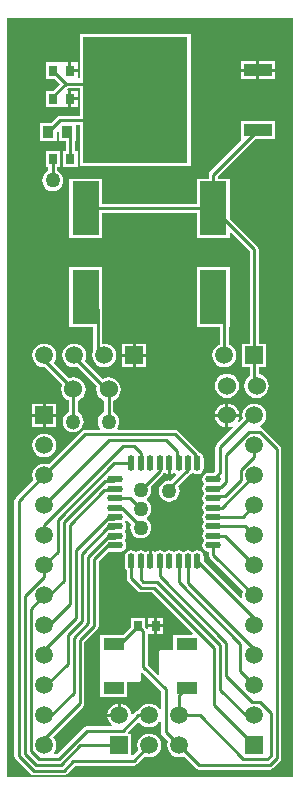
<source format=gtl>
G04 Layer_Physical_Order=1*
G04 Layer_Color=255*
%FSLAX24Y24*%
%MOIN*%
G70*
G01*
G75*
%ADD10R,0.0945X0.0413*%
%ADD11R,0.3504X0.4193*%
%ADD12R,0.0906X0.1791*%
%ADD13R,0.0276X0.0354*%
%ADD14R,0.0374X0.0394*%
%ADD15R,0.0315X0.0354*%
%ADD16R,0.0709X0.0433*%
%ADD17O,0.0217X0.0532*%
%ADD18O,0.0532X0.0217*%
%ADD19C,0.0100*%
%ADD20C,0.0600*%
%ADD21R,0.0591X0.0591*%
%ADD22C,0.0591*%
%ADD23R,0.0591X0.0591*%
%ADD24C,0.0500*%
%ADD25C,0.1140*%
G36*
X9690Y153D02*
X153D01*
Y25438D01*
X9690D01*
Y153D01*
D02*
G37*
%LPC*%
G36*
X1336Y12600D02*
X991D01*
Y12255D01*
X1336D01*
Y12600D01*
D02*
G37*
G36*
X1781Y12155D02*
X1436D01*
Y11809D01*
X1781D01*
Y12155D01*
D02*
G37*
G36*
X1336D02*
X991D01*
Y11809D01*
X1336D01*
Y12155D01*
D02*
G37*
G36*
X1781Y12600D02*
X1436D01*
Y12255D01*
X1781D01*
Y12600D01*
D02*
G37*
G36*
X7480Y13592D02*
X7376Y13579D01*
X7279Y13538D01*
X7195Y13474D01*
X7131Y13391D01*
X7091Y13293D01*
X7077Y13189D01*
X7091Y13085D01*
X7131Y12987D01*
X7195Y12904D01*
X7279Y12840D01*
X7376Y12799D01*
X7480Y12786D01*
X7585Y12799D01*
X7682Y12840D01*
X7766Y12904D01*
X7830Y12987D01*
X7870Y13085D01*
X7884Y13189D01*
X7870Y13293D01*
X7830Y13391D01*
X7766Y13474D01*
X7682Y13538D01*
X7585Y13579D01*
X7480Y13592D01*
D02*
G37*
G36*
X7530Y12602D02*
Y12255D01*
X7877D01*
X7870Y12309D01*
X7830Y12406D01*
X7766Y12490D01*
X7682Y12554D01*
X7585Y12594D01*
X7530Y12602D01*
D02*
G37*
G36*
X7430D02*
X7376Y12594D01*
X7279Y12554D01*
X7195Y12490D01*
X7131Y12406D01*
X7091Y12309D01*
X7083Y12255D01*
X7430D01*
Y12602D01*
D02*
G37*
G36*
Y12155D02*
X7083D01*
X7091Y12100D01*
X7131Y12003D01*
X7195Y11919D01*
X7279Y11855D01*
X7376Y11815D01*
X7430Y11808D01*
Y12155D01*
D02*
G37*
G36*
X5048Y5467D02*
X4861D01*
Y5239D01*
X5048D01*
Y5467D01*
D02*
G37*
G36*
X5336Y5139D02*
X5148D01*
Y4912D01*
X5336D01*
Y5139D01*
D02*
G37*
G36*
X3836Y2597D02*
X3783Y2590D01*
X3686Y2550D01*
X3604Y2487D01*
X3541Y2404D01*
X3501Y2308D01*
X3494Y2255D01*
X3836D01*
Y2597D01*
D02*
G37*
G36*
X5336Y5467D02*
X5148D01*
Y5239D01*
X5336D01*
Y5467D01*
D02*
G37*
G36*
X1386Y14603D02*
X1283Y14590D01*
X1186Y14550D01*
X1104Y14487D01*
X1041Y14404D01*
X1001Y14308D01*
X987Y14205D01*
X1001Y14102D01*
X1041Y14005D01*
X1104Y13923D01*
X1186Y13859D01*
X1283Y13820D01*
X1386Y13806D01*
X1408Y13809D01*
X1993Y13224D01*
X1972Y13175D01*
X1959Y13071D01*
X1972Y12966D01*
X2013Y12869D01*
X2077Y12786D01*
X2160Y12721D01*
X2199Y12705D01*
Y12314D01*
X2176Y12304D01*
X2103Y12248D01*
X2047Y12175D01*
X2011Y12089D01*
X1999Y11998D01*
X2011Y11907D01*
X2047Y11822D01*
X2103Y11748D01*
X2176Y11692D01*
X2261Y11657D01*
X2289Y11653D01*
X2294Y11650D01*
X2352Y11638D01*
X2411Y11650D01*
X2416Y11653D01*
X2444Y11657D01*
X2529Y11692D01*
X2602Y11748D01*
X2658Y11822D01*
X2693Y11907D01*
X2705Y11998D01*
X2693Y12089D01*
X2658Y12175D01*
X2602Y12248D01*
X2529Y12304D01*
X2505Y12314D01*
Y12697D01*
X2564Y12721D01*
X2647Y12786D01*
X2712Y12869D01*
X2752Y12966D01*
X2766Y13071D01*
X2752Y13175D01*
X2712Y13273D01*
X2647Y13356D01*
X2564Y13420D01*
X2467Y13461D01*
X2362Y13474D01*
X2258Y13461D01*
X2209Y13440D01*
X1693Y13956D01*
X1731Y14005D01*
X1771Y14102D01*
X1785Y14205D01*
X1771Y14308D01*
X1731Y14404D01*
X1668Y14487D01*
X1585Y14550D01*
X1489Y14590D01*
X1386Y14603D01*
D02*
G37*
G36*
Y11603D02*
X1283Y11590D01*
X1186Y11550D01*
X1104Y11487D01*
X1041Y11404D01*
X1001Y11308D01*
X987Y11205D01*
X1001Y11102D01*
X1041Y11005D01*
X1104Y10923D01*
X1186Y10859D01*
X1283Y10820D01*
X1386Y10806D01*
X1489Y10820D01*
X1585Y10859D01*
X1668Y10923D01*
X1731Y11005D01*
X1771Y11102D01*
X1785Y11205D01*
X1771Y11308D01*
X1731Y11404D01*
X1668Y11487D01*
X1585Y11550D01*
X1489Y11590D01*
X1386Y11603D01*
D02*
G37*
G36*
X2386Y14603D02*
X2283Y14590D01*
X2186Y14550D01*
X2104Y14487D01*
X2041Y14404D01*
X2001Y14308D01*
X1987Y14205D01*
X2001Y14102D01*
X2041Y14005D01*
X2104Y13923D01*
X2186Y13859D01*
X2283Y13820D01*
X2386Y13806D01*
X2489Y13820D01*
X2496Y13823D01*
X3144Y13175D01*
X3144Y13175D01*
X3130Y13071D01*
X3144Y12966D01*
X3184Y12869D01*
X3248Y12786D01*
X3332Y12721D01*
X3381Y12701D01*
Y12314D01*
X3357Y12304D01*
X3284Y12248D01*
X3228Y12175D01*
X3192Y12089D01*
X3180Y11998D01*
X3192Y11907D01*
X3228Y11822D01*
X3259Y11781D01*
X3234Y11731D01*
X2759D01*
X2701Y11719D01*
X2651Y11686D01*
X1535Y10571D01*
X1489Y10590D01*
X1386Y10603D01*
X1283Y10590D01*
X1186Y10550D01*
X1104Y10487D01*
X1041Y10404D01*
X1001Y10308D01*
X987Y10205D01*
X1001Y10102D01*
X1020Y10055D01*
X432Y9468D01*
X399Y9418D01*
X388Y9359D01*
Y855D01*
X399Y796D01*
X432Y746D01*
X928Y251D01*
X977Y218D01*
X1036Y207D01*
X2035D01*
X2093Y218D01*
X2143Y251D01*
X2428Y536D01*
X4370D01*
X4429Y548D01*
X4478Y581D01*
X4736Y839D01*
X4783Y820D01*
X4886Y806D01*
X4989Y820D01*
X5085Y859D01*
X5168Y923D01*
X5231Y1005D01*
X5271Y1102D01*
X5285Y1205D01*
X5271Y1308D01*
X5231Y1404D01*
X5168Y1487D01*
X5085Y1550D01*
X4989Y1590D01*
X4886Y1603D01*
X4783Y1590D01*
X4686Y1550D01*
X4604Y1487D01*
X4541Y1404D01*
X4501Y1308D01*
X4487Y1205D01*
X4501Y1102D01*
X4520Y1055D01*
X4331Y866D01*
X4281Y887D01*
Y1600D01*
X4192D01*
X4173Y1646D01*
X4501Y1974D01*
X4568Y1970D01*
X4604Y1923D01*
X4686Y1859D01*
X4783Y1820D01*
X4886Y1806D01*
X4989Y1820D01*
X5085Y1859D01*
X5168Y1923D01*
X5230Y2004D01*
X5234Y2005D01*
X5280Y1993D01*
Y1657D01*
X5292Y1599D01*
X5325Y1549D01*
X5520Y1354D01*
X5501Y1308D01*
X5487Y1205D01*
X5501Y1102D01*
X5541Y1005D01*
X5604Y923D01*
X5686Y859D01*
X5783Y820D01*
X5886Y806D01*
X5989Y820D01*
X6035Y839D01*
X6431Y443D01*
X6481Y410D01*
X6539Y398D01*
X8898D01*
X8956Y410D01*
X9006Y443D01*
X9242Y679D01*
X9275Y729D01*
X9287Y787D01*
Y11086D01*
X9275Y11145D01*
X9242Y11195D01*
X8678Y11758D01*
X8629Y11791D01*
X8621Y11793D01*
X8583Y11850D01*
X8585Y11859D01*
X8668Y11923D01*
X8731Y12005D01*
X8771Y12102D01*
X8785Y12205D01*
X8771Y12308D01*
X8731Y12404D01*
X8668Y12487D01*
X8585Y12550D01*
X8489Y12590D01*
X8386Y12603D01*
X8283Y12590D01*
X8186Y12550D01*
X8104Y12487D01*
X8041Y12404D01*
X8001Y12308D01*
X7987Y12205D01*
X7999Y12113D01*
X7880Y11994D01*
X7838Y12022D01*
X7870Y12100D01*
X7877Y12155D01*
X7530D01*
Y11808D01*
X7585Y11815D01*
X7663Y11847D01*
X7691Y11805D01*
X7135Y11249D01*
X7102Y11199D01*
X7090Y11141D01*
Y10358D01*
X7024Y10291D01*
X6870D01*
X6789Y10275D01*
X6720Y10229D01*
X6674Y10160D01*
X6658Y10079D01*
X6674Y9997D01*
X6720Y9929D01*
Y9914D01*
X6674Y9845D01*
X6658Y9764D01*
X6674Y9683D01*
X6720Y9614D01*
Y9599D01*
X6674Y9530D01*
X6658Y9449D01*
X6674Y9368D01*
X6720Y9299D01*
Y9284D01*
X6674Y9215D01*
X6658Y9134D01*
X6674Y9053D01*
X6720Y8984D01*
Y8969D01*
X6674Y8900D01*
X6658Y8819D01*
X6674Y8738D01*
X6720Y8669D01*
Y8654D01*
X6674Y8585D01*
X6658Y8504D01*
X6674Y8423D01*
X6720Y8354D01*
Y8339D01*
X6674Y8270D01*
X6658Y8189D01*
X6674Y8108D01*
X6720Y8039D01*
Y8024D01*
X6674Y7955D01*
X6658Y7874D01*
X6674Y7793D01*
X6720Y7724D01*
X6789Y7678D01*
X6870Y7662D01*
X6875D01*
Y7563D01*
X6886Y7504D01*
X6919Y7455D01*
X8020Y6354D01*
X8001Y6308D01*
X7987Y6205D01*
X7997Y6128D01*
X7950Y6105D01*
X6708Y7346D01*
Y7500D01*
X6692Y7581D01*
X6646Y7650D01*
X6577Y7696D01*
X6496Y7712D01*
X6415Y7696D01*
X6346Y7650D01*
X6331D01*
X6262Y7696D01*
X6181Y7712D01*
X6100Y7696D01*
X6031Y7650D01*
X6016D01*
X5947Y7696D01*
X5866Y7712D01*
X5785Y7696D01*
X5716Y7650D01*
X5701D01*
X5632Y7696D01*
X5551Y7712D01*
X5470Y7696D01*
X5401Y7650D01*
X5386D01*
X5317Y7696D01*
X5236Y7712D01*
X5155Y7696D01*
X5086Y7650D01*
X5071D01*
X5003Y7696D01*
X4971Y7702D01*
Y7343D01*
X4871D01*
Y7702D01*
X4840Y7696D01*
X4771Y7650D01*
X4756D01*
X4688Y7696D01*
X4606Y7712D01*
X4525Y7696D01*
X4456Y7650D01*
X4441D01*
X4373Y7696D01*
X4291Y7712D01*
X4210Y7696D01*
X4141Y7650D01*
X4095Y7581D01*
X4079Y7500D01*
Y7185D01*
X4095Y7104D01*
X4138Y7039D01*
Y6772D01*
X4150Y6713D01*
X4183Y6664D01*
X4498Y6349D01*
X4548Y6315D01*
X4606Y6304D01*
X4991D01*
X6346Y4949D01*
X6327Y4903D01*
X5687D01*
Y4403D01*
X5315D01*
X5276Y4395D01*
X5243Y4373D01*
X5221Y4340D01*
X5213Y4301D01*
Y3587D01*
X5167Y3568D01*
X4838Y3896D01*
Y4872D01*
X4861Y4912D01*
X4888Y4912D01*
X5048D01*
Y5139D01*
X4861D01*
Y5110D01*
X4811Y5094D01*
X4793Y5120D01*
X4746Y5168D01*
Y5467D01*
X4270D01*
Y5168D01*
X4005Y4903D01*
X3246D01*
Y4346D01*
X3242Y4340D01*
X3235Y4301D01*
Y3415D01*
X3242Y3376D01*
X3246Y3370D01*
Y2813D01*
X4155D01*
Y3313D01*
X4518D01*
X4557Y3321D01*
X4590Y3343D01*
X4612Y3376D01*
X4620Y3415D01*
Y3617D01*
X4666Y3636D01*
X5280Y3022D01*
Y2416D01*
X5234Y2405D01*
X5230Y2405D01*
X5168Y2487D01*
X5085Y2550D01*
X4989Y2590D01*
X4886Y2603D01*
X4783Y2590D01*
X4686Y2550D01*
X4604Y2487D01*
X4541Y2404D01*
X4521Y2358D01*
X4516D01*
X4457Y2346D01*
X4407Y2313D01*
X4331Y2236D01*
X4278Y2254D01*
X4271Y2308D01*
X4231Y2404D01*
X4168Y2487D01*
X4085Y2550D01*
X3989Y2590D01*
X3936Y2597D01*
Y2205D01*
X3886D01*
Y2155D01*
X3494D01*
X3501Y2102D01*
X3541Y2005D01*
X3604Y1923D01*
X3639Y1896D01*
X3622Y1846D01*
X2803D01*
X2744Y1834D01*
X2694Y1801D01*
X1806Y912D01*
X1723D01*
X1698Y962D01*
X1731Y1005D01*
X1771Y1102D01*
X1785Y1205D01*
X1771Y1308D01*
X1731Y1404D01*
X1668Y1487D01*
X1667Y1491D01*
X2673Y2497D01*
X2707Y2546D01*
X2718Y2605D01*
Y4646D01*
X3159Y5086D01*
X3192Y5135D01*
X3203Y5194D01*
Y7341D01*
X3537Y7675D01*
X3602Y7662D01*
X3917D01*
X3999Y7678D01*
X4067Y7724D01*
X4114Y7793D01*
X4130Y7874D01*
X4114Y7955D01*
X4067Y8024D01*
Y8039D01*
X4114Y8108D01*
X4130Y8189D01*
X4114Y8270D01*
X4067Y8339D01*
Y8354D01*
X4114Y8423D01*
X4130Y8504D01*
X4114Y8585D01*
X4067Y8654D01*
Y8669D01*
X4099Y8716D01*
X4158Y8727D01*
X4284Y8601D01*
X4265Y8556D01*
X4253Y8465D01*
X4265Y8373D01*
X4301Y8288D01*
X4357Y8215D01*
X4430Y8159D01*
X4515Y8124D01*
X4606Y8112D01*
X4698Y8124D01*
X4783Y8159D01*
X4856Y8215D01*
X4912Y8288D01*
X4947Y8373D01*
X4959Y8465D01*
X4947Y8556D01*
X4912Y8641D01*
X4856Y8714D01*
X4811Y8749D01*
Y8811D01*
X4856Y8845D01*
X4912Y8918D01*
X4947Y9003D01*
X4959Y9094D01*
X4947Y9186D01*
X4912Y9271D01*
X4856Y9344D01*
X4811Y9378D01*
X4811Y9440D01*
X4856Y9475D01*
X4912Y9548D01*
X4947Y9633D01*
X4959Y9724D01*
X4947Y9816D01*
X4938Y9839D01*
X5344Y10246D01*
X5362Y10273D01*
X5366Y10276D01*
X5419Y10287D01*
X5426Y10286D01*
X5470Y10257D01*
X5501Y10250D01*
Y10610D01*
X5601D01*
Y10250D01*
X5632Y10257D01*
X5701Y10303D01*
X5716D01*
X5763Y10271D01*
X5774Y10212D01*
X5595Y10032D01*
X5551Y10038D01*
X5460Y10026D01*
X5375Y9991D01*
X5302Y9935D01*
X5245Y9862D01*
X5210Y9776D01*
X5198Y9685D01*
X5210Y9594D01*
X5245Y9509D01*
X5302Y9435D01*
X5375Y9379D01*
X5460Y9344D01*
X5551Y9332D01*
X5643Y9344D01*
X5728Y9379D01*
X5801Y9435D01*
X5857Y9509D01*
X5892Y9594D01*
X5904Y9685D01*
X5892Y9776D01*
X5857Y9862D01*
X5857Y9862D01*
X6249Y10254D01*
X6262Y10257D01*
X6331Y10303D01*
X6346D01*
X6415Y10257D01*
X6496Y10240D01*
X6577Y10257D01*
X6646Y10303D01*
X6692Y10371D01*
X6708Y10453D01*
Y10768D01*
X6692Y10849D01*
X6646Y10918D01*
X6577Y10964D01*
X6558Y10968D01*
X6548Y10983D01*
X5844Y11686D01*
X5795Y11719D01*
X5736Y11731D01*
X3833D01*
X3808Y11781D01*
X3839Y11822D01*
X3874Y11907D01*
X3886Y11998D01*
X3874Y12089D01*
X3839Y12175D01*
X3783Y12248D01*
X3710Y12304D01*
X3686Y12314D01*
Y12701D01*
X3735Y12721D01*
X3819Y12786D01*
X3883Y12869D01*
X3923Y12966D01*
X3937Y13071D01*
X3923Y13175D01*
X3883Y13273D01*
X3819Y13356D01*
X3735Y13420D01*
X3638Y13461D01*
X3533Y13474D01*
X3429Y13461D01*
X3332Y13420D01*
X3332Y13420D01*
X2736Y14016D01*
X2771Y14102D01*
X2785Y14205D01*
X2771Y14308D01*
X2731Y14404D01*
X2668Y14487D01*
X2585Y14550D01*
X2489Y14590D01*
X2386Y14603D01*
D02*
G37*
G36*
X8454Y23670D02*
X7932D01*
Y23413D01*
X8454D01*
Y23670D01*
D02*
G37*
G36*
X9076D02*
X8554D01*
Y23413D01*
X9076D01*
Y23670D01*
D02*
G37*
G36*
X2500Y22706D02*
X2292D01*
Y22479D01*
X2500D01*
Y22706D01*
D02*
G37*
G36*
Y23033D02*
X2292D01*
Y22806D01*
X2500D01*
Y23033D01*
D02*
G37*
G36*
X8454Y24027D02*
X7932D01*
Y23770D01*
X8454D01*
Y24027D01*
D02*
G37*
G36*
X9076D02*
X8554D01*
Y23770D01*
X9076D01*
Y24027D01*
D02*
G37*
G36*
X6281Y24916D02*
X2577D01*
Y23461D01*
X2550Y23440D01*
X2500Y23465D01*
Y23651D01*
X2242D01*
Y23701D01*
X2192D01*
Y23978D01*
X1985D01*
X1985Y23978D01*
X1949D01*
Y23978D01*
X1935Y23978D01*
X1434D01*
Y23424D01*
X1752D01*
X1906Y23269D01*
X1670Y23033D01*
X1434D01*
Y22479D01*
X1935D01*
X1949Y22479D01*
Y22479D01*
X1985D01*
Y22479D01*
X2192D01*
Y22756D01*
Y23033D01*
X2168D01*
X2149Y23079D01*
X2186Y23116D01*
X2577D01*
Y22200D01*
X1918D01*
X1859Y22189D01*
X1809Y22155D01*
X1604Y21950D01*
X1237D01*
Y21357D01*
X1811D01*
Y21684D01*
X1817Y21688D01*
X1867Y21661D01*
Y21357D01*
X2109D01*
Y21029D01*
X2024D01*
Y20474D01*
X2500D01*
Y21029D01*
X2415D01*
Y21357D01*
X2441D01*
Y21894D01*
X2577D01*
Y20523D01*
X6281D01*
Y24916D01*
D02*
G37*
G36*
X2500Y23978D02*
X2292D01*
Y23751D01*
X2500D01*
Y23978D01*
D02*
G37*
G36*
X4336Y14155D02*
X3991D01*
Y13809D01*
X4336D01*
Y14155D01*
D02*
G37*
G36*
X4781D02*
X4436D01*
Y13809D01*
X4781D01*
Y14155D01*
D02*
G37*
G36*
X3318Y17149D02*
X2213D01*
Y15158D01*
X3016D01*
Y14421D01*
X3027Y14370D01*
X3001Y14308D01*
X2987Y14205D01*
X3001Y14102D01*
X3041Y14005D01*
X3104Y13923D01*
X3186Y13859D01*
X3283Y13820D01*
X3386Y13806D01*
X3489Y13820D01*
X3585Y13859D01*
X3668Y13923D01*
X3731Y14005D01*
X3771Y14102D01*
X3785Y14205D01*
X3771Y14308D01*
X3731Y14404D01*
X3668Y14487D01*
X3585Y14550D01*
X3489Y14590D01*
X3386Y14603D01*
X3360Y14600D01*
X3322Y14633D01*
Y15750D01*
X3318Y15768D01*
Y17149D01*
D02*
G37*
G36*
X7572D02*
X6467D01*
Y15158D01*
X7233D01*
Y14569D01*
X7186Y14550D01*
X7104Y14487D01*
X7041Y14404D01*
X7001Y14308D01*
X6987Y14205D01*
X7001Y14102D01*
X7041Y14005D01*
X7104Y13923D01*
X7186Y13859D01*
X7283Y13820D01*
X7386Y13806D01*
X7489Y13820D01*
X7585Y13859D01*
X7668Y13923D01*
X7731Y14005D01*
X7771Y14102D01*
X7785Y14205D01*
X7771Y14308D01*
X7731Y14404D01*
X7668Y14487D01*
X7585Y14550D01*
X7539Y14569D01*
Y15158D01*
X7572D01*
Y17149D01*
D02*
G37*
G36*
X1909Y21029D02*
X1434D01*
Y20474D01*
X1519D01*
Y20355D01*
X1495Y20345D01*
X1422Y20289D01*
X1366Y20216D01*
X1331Y20131D01*
X1319Y20039D01*
X1331Y19948D01*
X1366Y19863D01*
X1422Y19790D01*
X1495Y19734D01*
X1580Y19698D01*
X1672Y19686D01*
X1763Y19698D01*
X1848Y19734D01*
X1921Y19790D01*
X1977Y19863D01*
X2013Y19948D01*
X2025Y20039D01*
X2013Y20131D01*
X1977Y20216D01*
X1921Y20289D01*
X1848Y20345D01*
X1824Y20355D01*
Y20474D01*
X1909D01*
Y21029D01*
D02*
G37*
G36*
X9076Y22027D02*
X7932D01*
Y21413D01*
X7931D01*
X7946Y21378D01*
X6911Y20343D01*
X6878Y20294D01*
X6866Y20235D01*
Y20102D01*
X6467D01*
Y19259D01*
X3318D01*
Y20102D01*
X2213D01*
Y18110D01*
X3318D01*
Y18953D01*
X6467D01*
Y18110D01*
X7572D01*
Y18272D01*
X7618Y18291D01*
X8233Y17676D01*
Y14600D01*
X7991D01*
Y13809D01*
X8233D01*
Y13515D01*
X8179Y13474D01*
X8115Y13391D01*
X8075Y13293D01*
X8061Y13189D01*
X8075Y13085D01*
X8115Y12987D01*
X8179Y12904D01*
X8263Y12840D01*
X8360Y12799D01*
X8465Y12786D01*
X8569Y12799D01*
X8666Y12840D01*
X8750Y12904D01*
X8814Y12987D01*
X8854Y13085D01*
X8868Y13189D01*
X8854Y13293D01*
X8814Y13391D01*
X8750Y13474D01*
X8666Y13538D01*
X8569Y13579D01*
X8539Y13583D01*
Y13809D01*
X8781D01*
Y14600D01*
X8539D01*
Y17740D01*
X8527Y17798D01*
X8494Y17848D01*
X7572Y18770D01*
Y20102D01*
X7172D01*
Y20172D01*
X8414Y21413D01*
X9076D01*
Y22027D01*
D02*
G37*
G36*
X4336Y14600D02*
X3991D01*
Y14255D01*
X4336D01*
Y14600D01*
D02*
G37*
G36*
X4781D02*
X4436D01*
Y14255D01*
X4781D01*
Y14600D01*
D02*
G37*
%LPD*%
D10*
X8504Y21720D02*
D03*
Y23720D02*
D03*
D11*
X4429Y22720D02*
D03*
D12*
X2766Y16153D02*
D03*
Y19106D02*
D03*
X7019Y16153D02*
D03*
Y19106D02*
D03*
D13*
X1672Y20751D02*
D03*
X2262D02*
D03*
X5098Y5189D02*
D03*
X4508D02*
D03*
D14*
X1524Y21654D02*
D03*
X2154D02*
D03*
D15*
X2242Y22756D02*
D03*
X1691D02*
D03*
X2242Y23701D02*
D03*
X1691D02*
D03*
D16*
X3701Y4587D02*
D03*
Y3130D02*
D03*
X6142Y4587D02*
D03*
Y3130D02*
D03*
D17*
X6496Y10610D02*
D03*
X6181D02*
D03*
X5866D02*
D03*
X5551D02*
D03*
X5236D02*
D03*
X4921D02*
D03*
X4606D02*
D03*
X4291D02*
D03*
Y7343D02*
D03*
X4606D02*
D03*
X4921D02*
D03*
X5236D02*
D03*
X5551D02*
D03*
X5866D02*
D03*
X6181D02*
D03*
X6496D02*
D03*
D18*
X3760Y10079D02*
D03*
Y9764D02*
D03*
Y9449D02*
D03*
Y9134D02*
D03*
Y8819D02*
D03*
Y8504D02*
D03*
Y8189D02*
D03*
Y7874D02*
D03*
X7028D02*
D03*
Y8189D02*
D03*
Y8504D02*
D03*
Y8819D02*
D03*
Y9134D02*
D03*
Y9449D02*
D03*
Y9764D02*
D03*
Y10079D02*
D03*
D19*
X2352Y11998D02*
Y13061D01*
Y11791D02*
Y11998D01*
X3533D02*
Y13002D01*
X3559Y11378D02*
X5457D01*
X1386Y9205D02*
X3559Y11378D01*
X2759Y11578D02*
X5736D01*
X4013Y11178D02*
X4373D01*
X1386Y8551D02*
X4013Y11178D01*
X3728Y10610D02*
X4291D01*
X1850Y8733D02*
X3728Y10610D01*
X2352Y13061D02*
X2362Y13071D01*
X5736Y11578D02*
X6439Y10875D01*
X1386Y10205D02*
X2759Y11578D01*
X5457Y11378D02*
X5809Y11026D01*
X4373Y11178D02*
X4606Y10945D01*
X4004Y1693D02*
X4516Y2205D01*
X2803Y1693D02*
X4004D01*
X1869Y759D02*
X2803Y1693D01*
X4685Y3833D02*
X5433Y3085D01*
Y1657D02*
Y3085D01*
Y1657D02*
X5886Y1205D01*
X4508Y5189D02*
X4685Y5012D01*
Y3833D02*
Y5012D01*
X5809Y10667D02*
Y11026D01*
X5551Y9773D02*
X6181Y10402D01*
X4606Y9724D02*
X5236Y10354D01*
X6439Y10667D02*
Y10875D01*
X3968Y9134D02*
X4606Y8495D01*
X4252Y9449D02*
X4606Y9094D01*
X3760Y9449D02*
X4252D01*
X6583Y2205D02*
X8028Y759D01*
X5886Y2205D02*
X6583D01*
X8028Y759D02*
X8823D01*
X8934Y870D01*
Y2286D01*
X8570Y2650D02*
X8934Y2286D01*
X8311Y2650D02*
X8570D01*
X7447Y3514D02*
X8311Y2650D01*
X7447Y3514D02*
Y4630D01*
X5236Y6841D02*
X7447Y4630D01*
X5236Y6841D02*
Y7343D01*
X9134Y787D02*
Y11086D01*
X8898Y551D02*
X9134Y787D01*
X6539Y551D02*
X8898D01*
X8570Y11650D02*
X9134Y11086D01*
X5886Y1205D02*
X6539Y551D01*
X6181Y10402D02*
Y10610D01*
X5551Y9685D02*
Y9773D01*
X5236Y10354D02*
Y10610D01*
X6439Y10667D02*
X6496Y10610D01*
X4606Y8465D02*
Y8495D01*
X3760Y9134D02*
X3968D01*
X1691Y22838D02*
X2123Y23269D01*
X1691Y22756D02*
Y22838D01*
Y23701D02*
X2123Y23269D01*
X4370Y689D02*
X4886Y1205D01*
X2364Y689D02*
X4370D01*
X2035Y359D02*
X2364Y689D01*
X1036Y359D02*
X2035D01*
X1952Y559D02*
X2597Y1205D01*
X1119Y559D02*
X1952D01*
X1201Y759D02*
X1869D01*
X8386Y13169D02*
X8465Y13189D01*
X8179Y4205D02*
X8386D01*
X8240Y5205D02*
X8386D01*
X8000Y8819D02*
X8386Y9205D01*
X1386Y2205D02*
X1614D01*
X1386Y3205D02*
X1433D01*
X1386Y5205D02*
X1543D01*
X1386Y6205D02*
X1559D01*
X5886Y2205D02*
Y2874D01*
X6142Y3130D01*
X3701Y4587D02*
X3905D01*
X4508Y5189D01*
X1614Y22679D02*
X1691Y22756D01*
X2766Y19106D02*
X7019D01*
X7386Y14205D02*
Y15787D01*
X7019Y16153D02*
X7386Y15787D01*
X7019Y19106D02*
Y20235D01*
X8504Y21720D01*
X8386Y14205D02*
Y17740D01*
X7019Y19106D02*
X8386Y17740D01*
X3639Y4648D02*
X3701Y4587D01*
X4516Y2205D02*
X4886D01*
X941Y1020D02*
X1201Y759D01*
X941Y1020D02*
Y5759D01*
X1386Y6205D01*
Y6834D02*
Y7205D01*
X741Y6189D02*
X1386Y6834D01*
X741Y937D02*
Y6189D01*
Y937D02*
X1119Y559D01*
X2597Y1205D02*
X3886D01*
X2123Y23269D02*
X3880D01*
X7941Y10389D02*
X8386Y10834D01*
X7941Y10042D02*
Y10389D01*
X7404Y9506D02*
X7941Y10042D01*
X7065Y9506D02*
X7404D01*
X7028Y9469D02*
X7065Y9506D01*
X7028Y9449D02*
Y9469D01*
X8386Y10834D02*
Y11205D01*
X7315Y9134D02*
X8386Y10205D01*
X7028Y9134D02*
X7315D01*
X7028Y8819D02*
X8000D01*
X7028Y8819D02*
X7028Y8819D01*
X7028Y8504D02*
X8087D01*
X8386Y8205D01*
X7028Y8189D02*
X7402D01*
X8386Y7205D01*
X7028Y7563D02*
Y7874D01*
Y7563D02*
X8386Y6205D01*
Y5205D02*
Y5453D01*
X6496Y7343D02*
X8386Y5453D01*
Y4205D02*
Y4409D01*
X6181Y6614D02*
X8386Y4409D01*
X6181Y6614D02*
Y7343D01*
X5866Y6646D02*
Y7343D01*
X4291Y6772D02*
Y7343D01*
Y6772D02*
X4606Y6457D01*
X4606Y6740D02*
X4689Y6657D01*
X4606Y6740D02*
Y7343D01*
X7028Y9764D02*
Y9820D01*
X7292D02*
X7443Y9972D01*
Y10892D01*
X8307Y12205D02*
X8386D01*
X3760Y8132D02*
Y8189D01*
X3703Y8447D02*
X3760Y8504D01*
X3703Y9707D02*
X3760Y9764D01*
X3495Y8447D02*
X3703D01*
Y10022D02*
X3760Y10079D01*
X5809Y10667D02*
X5866Y10610D01*
X541Y855D02*
X1036Y359D01*
X3495Y8762D02*
X3703D01*
X3760Y8819D01*
X6439Y10610D02*
X6496D01*
X3760Y9449D02*
X3799Y9488D01*
X7028Y10079D02*
X7243Y10294D01*
Y11141D01*
X4606Y6457D02*
X5055D01*
X4689Y6657D02*
X5137D01*
X8110Y2205D02*
X8386D01*
X541Y855D02*
Y9359D01*
X1386Y10205D01*
X1433Y3205D02*
X2165Y3937D01*
X1386Y8205D02*
Y8551D01*
X3422Y10022D02*
X3703D01*
X3390Y9707D02*
X3703D01*
X1614Y2205D02*
X2365Y2956D01*
X3520Y7874D02*
X3760D01*
X1386Y1205D02*
Y1425D01*
X2565Y2605D01*
X1386Y7205D02*
X1850Y7669D01*
Y8733D01*
X2050Y8650D02*
X3422Y10022D01*
X1559Y6205D02*
X2050Y6696D01*
Y8650D01*
X2250Y5912D02*
Y8567D01*
X3390Y9707D01*
X1543Y5205D02*
X2250Y5912D01*
X2450Y7717D02*
X3495Y8762D01*
X2650Y7602D02*
X3495Y8447D01*
X2850Y7487D02*
X3495Y8132D01*
X3050Y7404D02*
X3520Y7874D01*
X1386Y4378D02*
X2450Y5443D01*
Y7717D01*
X1386Y4205D02*
Y4378D01*
X2165Y3937D02*
Y4875D01*
X2650Y5360D01*
Y7602D01*
X2365Y2956D02*
Y4792D01*
X2850Y5277D01*
Y7487D01*
X2565Y2605D02*
Y4709D01*
X3050Y5194D01*
Y7404D01*
X2262Y20751D02*
Y21545D01*
X2154Y21654D02*
X2262Y21545D01*
X1524Y21654D02*
X1918Y22047D01*
X3756D01*
X4429Y22720D01*
X5866Y6646D02*
X7913Y4599D01*
X7047Y2543D02*
X8386Y1205D01*
X7047Y2543D02*
Y4464D01*
X5055Y6457D02*
X7047Y4464D01*
X7247Y3068D02*
X8110Y2205D01*
X7247Y3068D02*
Y4547D01*
X5137Y6657D02*
X7247Y4547D01*
X7913Y3677D02*
X8386Y3205D01*
X7913Y3677D02*
Y4599D01*
X7243Y11141D02*
X8307Y12205D01*
X7443Y10892D02*
X8201Y11650D01*
X8570D01*
X4606Y10610D02*
Y10945D01*
X1672Y20039D02*
Y20751D01*
X1386Y14047D02*
Y14205D01*
Y14047D02*
X2362Y13071D01*
X2386Y14150D02*
Y14205D01*
X2766Y16153D02*
X3169Y15750D01*
Y14421D02*
X3386Y14205D01*
X3169Y14421D02*
Y15750D01*
X2386Y14150D02*
X3533Y13002D01*
X8386Y13169D02*
Y14205D01*
X7028Y9820D02*
X7292D01*
X1691Y23788D02*
X1735Y23744D01*
X3880Y23269D02*
X4429Y22720D01*
X3495Y8132D02*
X3760D01*
D20*
X3533Y13071D02*
D03*
X2362D02*
D03*
X8465Y13189D02*
D03*
X7480Y12205D02*
D03*
Y13189D02*
D03*
D21*
X4386Y14205D02*
D03*
X3886Y1205D02*
D03*
X8386Y14205D02*
D03*
D22*
X3386D02*
D03*
X2386D02*
D03*
X1386D02*
D03*
X5886Y2205D02*
D03*
Y1205D02*
D03*
X4886Y2205D02*
D03*
Y1205D02*
D03*
X3886Y2205D02*
D03*
X1386Y11205D02*
D03*
Y10205D02*
D03*
Y9205D02*
D03*
Y8205D02*
D03*
Y7205D02*
D03*
Y6205D02*
D03*
Y5205D02*
D03*
Y4205D02*
D03*
Y3205D02*
D03*
Y2205D02*
D03*
Y1205D02*
D03*
X8386Y2205D02*
D03*
Y3205D02*
D03*
Y4205D02*
D03*
Y5205D02*
D03*
Y6205D02*
D03*
Y7205D02*
D03*
Y8205D02*
D03*
Y9205D02*
D03*
Y10205D02*
D03*
Y11205D02*
D03*
Y12205D02*
D03*
X7386Y14205D02*
D03*
D23*
X1386Y12205D02*
D03*
X8386Y1205D02*
D03*
D24*
X2352Y11998D02*
D03*
X3533D02*
D03*
X4606Y9724D02*
D03*
X4606Y9094D02*
D03*
Y8465D02*
D03*
X5551Y9685D02*
D03*
X1672Y20039D02*
D03*
D25*
X4488Y22913D02*
D03*
M02*

</source>
